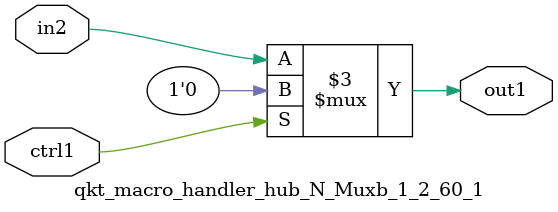
<source format=v>

`timescale 1ps / 1ps


module qkt_macro_handler_hub_N_Muxb_1_2_60_1( in2, ctrl1, out1 );

    input in2;
    input ctrl1;
    output out1;
    reg out1;

    
    // rtl_process:qkt_macro_handler_hub_N_Muxb_1_2_60_1/qkt_macro_handler_hub_N_Muxb_1_2_60_1_thread_1
    always @*
      begin : qkt_macro_handler_hub_N_Muxb_1_2_60_1_thread_1
        case (ctrl1) 
          1'b1: 
            begin
              out1 = 1'b0;
            end
          default: 
            begin
              out1 = in2;
            end
        endcase
      end

endmodule


</source>
